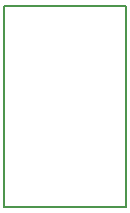
<source format=gbr>
G04 #@! TF.GenerationSoftware,KiCad,Pcbnew,5.0.2+dfsg1-1*
G04 #@! TF.CreationDate,2021-08-23T09:22:29-10:00*
G04 #@! TF.ProjectId,watchy-scd40,77617463-6879-42d7-9363-6434302e6b69,rev?*
G04 #@! TF.SameCoordinates,Original*
G04 #@! TF.FileFunction,Profile,NP*
%FSLAX46Y46*%
G04 Gerber Fmt 4.6, Leading zero omitted, Abs format (unit mm)*
G04 Created by KiCad (PCBNEW 5.0.2+dfsg1-1) date Mon 23 Aug 2021 09:22:29 AM HST*
%MOMM*%
%LPD*%
G01*
G04 APERTURE LIST*
%ADD10C,0.200000*%
G04 APERTURE END LIST*
D10*
X155000000Y-88000000D02*
X144700000Y-88000000D01*
X144700000Y-88000000D02*
X144700000Y-105000000D01*
X144700000Y-105000000D02*
X155000000Y-105000000D01*
X155000000Y-105000000D02*
X155000000Y-88000000D01*
M02*

</source>
